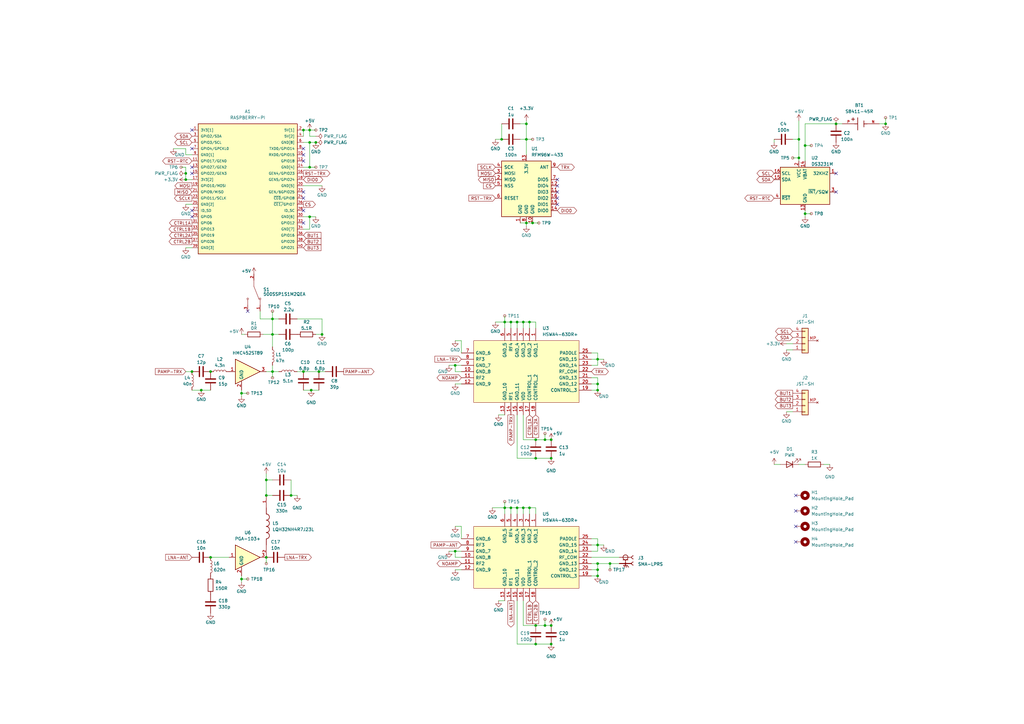
<source format=kicad_sch>
(kicad_sch (version 20211123) (generator eeschema)
  (paper "A3")
  (title_block (title "NARWAL") (date "2022-12-13") (rev "1") (company "Rice Eclipse") (comment 1 "RF Communications"))
  (junction (at 109.22 196.85))
  (junction (at 186.69 226.06))
  (junction (at 226.06 180.34))
  (junction (at 330.2 59.69))
  (junction (at 250.19 231.14))
  (junction (at 207.01 208.28))
  (junction (at 111.76 130.81))
  (junction (at 245.11 157.48))
  (junction (at 82.55 160.02))
  (junction (at 245.11 147.32))
  (junction (at 127 68.58))
  (junction (at 219.71 187.96))
  (junction (at 76.2 71.12))
  (junction (at 86.36 228.6))
  (junction (at 109.22 228.6))
  (junction (at 127.635 160.02))
  (junction (at 132.08 137.16))
  (junction (at 209.55 132.08))
  (junction (at 245.11 223.52))
  (junction (at 127 58.42))
  (junction (at 212.09 208.28))
  (junction (at 99.06 161.29))
  (junction (at 127 88.9))
  (junction (at 209.55 208.28))
  (junction (at 78.74 152.4))
  (junction (at 76.2 73.66))
  (junction (at 207.01 132.08))
  (junction (at 327.66 64.77))
  (junction (at 219.71 264.16))
  (junction (at 217.17 208.28))
  (junction (at 130.81 152.4))
  (junction (at 223.52 256.54))
  (junction (at 217.17 132.08))
  (junction (at 186.69 149.86))
  (junction (at 109.22 203.2))
  (junction (at 245.11 231.14))
  (junction (at 124.46 53.34))
  (junction (at 214.63 132.08))
  (junction (at 226.06 187.96))
  (junction (at 124.46 152.4))
  (junction (at 226.06 256.54))
  (junction (at 215.9 50.8))
  (junction (at 99.06 237.49))
  (junction (at 219.71 180.34))
  (junction (at 223.52 180.34))
  (junction (at 127 53.34))
  (junction (at 214.63 208.28))
  (junction (at 327.66 57.15))
  (junction (at 245.11 160.02))
  (junction (at 219.71 256.54))
  (junction (at 342.9 50.8))
  (junction (at 205.74 57.15))
  (junction (at 111.76 152.4))
  (junction (at 363.22 50.8))
  (junction (at 245.11 233.68))
  (junction (at 111.76 137.16))
  (junction (at 226.06 264.16))
  (junction (at 129.54 58.42))
  (junction (at 215.9 91.44))
  (junction (at 218.44 91.44))
  (junction (at 86.36 152.4))
  (junction (at 212.09 132.08))
  (junction (at 245.11 236.22))
  (junction (at 215.9 57.15))
  (junction (at 330.2 87.63))
  (junction (at 119.38 203.2))
  (no_connect (at 101.6 127.635))
  (no_connect (at 78.74 53.34))
  (no_connect (at 78.74 71.12))
  (no_connect (at 78.74 68.58))
  (no_connect (at 78.74 60.96))
  (no_connect (at 78.74 88.9))
  (no_connect (at 78.74 86.36))
  (no_connect (at 124.46 60.96))
  (no_connect (at 124.46 63.5))
  (no_connect (at 124.46 66.04))
  (no_connect (at 124.46 78.74))
  (no_connect (at 124.46 81.28))
  (no_connect (at 124.46 86.36))
  (no_connect (at 124.46 91.44))
  (no_connect (at 326.39 209.55))
  (no_connect (at 326.39 215.9))
  (no_connect (at 326.39 222.25))
  (no_connect (at 326.39 203.2))
  (no_connect (at 342.9 71.12))
  (no_connect (at 342.9 78.74))
  (no_connect (at 228.6 83.82))
  (no_connect (at 228.6 78.74))
  (no_connect (at 228.6 81.28))
  (no_connect (at 228.6 73.66))
  (no_connect (at 228.6 76.2))
  (wire (pts (xy 99.06 137.16) (xy 100.33 137.16)))
  (wire (pts (xy 124.46 53.34) (xy 127 53.34)))
  (wire (pts (xy 82.55 160.02) (xy 86.36 160.02)))
  (wire (pts (xy 322.58 140.97) (xy 325.12 140.97)))
  (wire (pts (xy 330.2 50.8) (xy 330.2 59.69)))
  (wire (pts (xy 212.09 246.38) (xy 212.09 264.16)))
  (wire (pts (xy 127 58.42) (xy 129.54 58.42)))
  (wire (pts (xy 245.11 149.86) (xy 245.11 147.32)))
  (wire (pts (xy 124.46 76.2) (xy 132.08 76.2)))
  (wire (pts (xy 242.57 154.94) (xy 245.11 154.94)))
  (wire (pts (xy 204.47 246.38) (xy 207.01 246.38)))
  (wire (pts (xy 111.76 130.81) (xy 111.76 137.16)))
  (wire (pts (xy 76.2 60.96) (xy 71.12 60.96)))
  (wire (pts (xy 342.9 50.8) (xy 345.44 50.8)))
  (wire (pts (xy 212.09 208.28) (xy 214.63 208.28)))
  (wire (pts (xy 109.22 196.85) (xy 109.22 203.2)))
  (wire (pts (xy 124.46 53.34) (xy 124.46 55.88)))
  (wire (pts (xy 245.11 231.14) (xy 250.19 231.14)))
  (wire (pts (xy 242.57 236.22) (xy 245.11 236.22)))
  (wire (pts (xy 242.57 157.48) (xy 245.11 157.48)))
  (wire (pts (xy 214.63 180.34) (xy 219.71 180.34)))
  (wire (pts (xy 219.71 264.16) (xy 226.06 264.16)))
  (wire (pts (xy 325.12 57.15) (xy 327.66 57.15)))
  (wire (pts (xy 242.57 149.86) (xy 245.11 149.86)))
  (wire (pts (xy 209.55 208.28) (xy 212.09 208.28)))
  (wire (pts (xy 107.95 137.16) (xy 111.76 137.16)))
  (wire (pts (xy 203.2 57.15) (xy 205.74 57.15)))
  (wire (pts (xy 215.9 50.8) (xy 215.9 57.15)))
  (wire (pts (xy 212.09 187.96) (xy 219.71 187.96)))
  (wire (pts (xy 212.09 264.16) (xy 219.71 264.16)))
  (wire (pts (xy 99.06 161.29) (xy 99.06 162.56)))
  (wire (pts (xy 217.17 208.28) (xy 217.17 210.82)))
  (wire (pts (xy 215.9 57.15) (xy 218.44 57.15)))
  (wire (pts (xy 214.63 132.08) (xy 217.17 132.08)))
  (wire (pts (xy 184.15 149.86) (xy 186.69 149.86)))
  (wire (pts (xy 214.63 132.08) (xy 214.63 134.62)))
  (wire (pts (xy 189.23 226.06) (xy 186.69 226.06)))
  (wire (pts (xy 76.2 83.82) (xy 78.74 83.82)))
  (wire (pts (xy 207.01 208.28) (xy 201.93 208.28)))
  (wire (pts (xy 119.38 196.85) (xy 119.38 203.2)))
  (wire (pts (xy 207.01 210.82) (xy 207.01 208.28)))
  (wire (pts (xy 242.57 220.98) (xy 245.11 220.98)))
  (wire (pts (xy 223.52 254) (xy 223.52 256.54)))
  (wire (pts (xy 327.66 49.53) (xy 327.66 57.15)))
  (wire (pts (xy 219.71 256.54) (xy 223.52 256.54)))
  (wire (pts (xy 186.69 139.7) (xy 189.23 139.7)))
  (wire (pts (xy 245.11 226.06) (xy 245.11 223.52)))
  (wire (pts (xy 327.66 190.5) (xy 330.2 190.5)))
  (wire (pts (xy 242.57 226.06) (xy 245.11 226.06)))
  (wire (pts (xy 76.2 71.12) (xy 76.2 73.66)))
  (wire (pts (xy 189.23 149.86) (xy 186.69 149.86)))
  (wire (pts (xy 360.68 50.8) (xy 363.22 50.8)))
  (wire (pts (xy 124.46 68.58) (xy 127 68.58)))
  (wire (pts (xy 214.63 256.54) (xy 219.71 256.54)))
  (wire (pts (xy 330.2 87.63) (xy 330.2 88.9)))
  (wire (pts (xy 99.06 236.22) (xy 99.06 237.49)))
  (wire (pts (xy 337.82 190.5) (xy 340.36 190.5)))
  (wire (pts (xy 78.74 160.02) (xy 82.55 160.02)))
  (wire (pts (xy 215.9 57.15) (xy 215.9 63.5)))
  (wire (pts (xy 242.57 223.52) (xy 245.11 223.52)))
  (wire (pts (xy 213.36 50.8) (xy 215.9 50.8)))
  (wire (pts (xy 330.2 86.36) (xy 330.2 87.63)))
  (wire (pts (xy 127 68.58) (xy 129.54 68.58)))
  (wire (pts (xy 245.11 147.32) (xy 247.65 147.32)))
  (wire (pts (xy 207.01 134.62) (xy 207.01 132.08)))
  (wire (pts (xy 250.19 231.14) (xy 250.19 233.68)))
  (wire (pts (xy 124.46 58.42) (xy 127 58.42)))
  (wire (pts (xy 209.55 134.62) (xy 209.55 132.08)))
  (wire (pts (xy 186.69 226.06) (xy 186.69 228.6)))
  (wire (pts (xy 217.17 208.28) (xy 219.71 208.28)))
  (wire (pts (xy 217.17 132.08) (xy 217.17 134.62)))
  (wire (pts (xy 204.47 170.18) (xy 207.01 170.18)))
  (wire (pts (xy 121.92 152.4) (xy 124.46 152.4)))
  (wire (pts (xy 213.36 91.44) (xy 215.9 91.44)))
  (wire (pts (xy 186.69 233.68) (xy 189.23 233.68)))
  (wire (pts (xy 109.22 196.85) (xy 111.76 196.85)))
  (wire (pts (xy 242.57 228.6) (xy 254 228.6)))
  (wire (pts (xy 106.68 127.635) (xy 106.68 130.81)))
  (wire (pts (xy 245.11 223.52) (xy 247.65 223.52)))
  (wire (pts (xy 219.71 187.96) (xy 226.06 187.96)))
  (wire (pts (xy 121.92 130.81) (xy 132.08 130.81)))
  (wire (pts (xy 132.08 130.81) (xy 132.08 137.16)))
  (wire (pts (xy 363.22 48.26) (xy 363.22 50.8)))
  (wire (pts (xy 109.22 203.2) (xy 111.76 203.2)))
  (wire (pts (xy 101.6 161.29) (xy 99.06 161.29)))
  (wire (pts (xy 186.69 152.4) (xy 189.23 152.4)))
  (wire (pts (xy 124.46 152.4) (xy 130.81 152.4)))
  (wire (pts (xy 189.23 220.98) (xy 189.23 215.9)))
  (wire (pts (xy 124.46 93.98) (xy 127 93.98)))
  (wire (pts (xy 109.22 194.31) (xy 109.22 196.85)))
  (wire (pts (xy 111.76 130.81) (xy 114.3 130.81)))
  (wire (pts (xy 127 58.42) (xy 127 68.58)))
  (wire (pts (xy 242.57 233.68) (xy 245.11 233.68)))
  (wire (pts (xy 217.17 132.08) (xy 219.71 132.08)))
  (wire (pts (xy 127 88.9) (xy 127 93.98)))
  (wire (pts (xy 214.63 246.38) (xy 214.63 256.54)))
  (wire (pts (xy 214.63 170.18) (xy 214.63 180.34)))
  (wire (pts (xy 325.12 64.77) (xy 327.66 64.77)))
  (wire (pts (xy 76.2 63.5) (xy 76.2 60.96)))
  (wire (pts (xy 207.01 132.08) (xy 209.55 132.08)))
  (wire (pts (xy 109.22 228.6) (xy 109.22 231.14)))
  (wire (pts (xy 327.66 57.15) (xy 327.66 64.77)))
  (wire (pts (xy 218.44 91.44) (xy 220.98 91.44)))
  (wire (pts (xy 186.69 149.86) (xy 186.69 152.4)))
  (wire (pts (xy 215.9 91.44) (xy 218.44 91.44)))
  (wire (pts (xy 322.58 143.51) (xy 325.12 143.51)))
  (wire (pts (xy 219.71 180.34) (xy 223.52 180.34)))
  (wire (pts (xy 212.09 210.82) (xy 212.09 208.28)))
  (wire (pts (xy 219.71 132.08) (xy 219.71 134.62)))
  (wire (pts (xy 124.46 88.9) (xy 127 88.9)))
  (wire (pts (xy 111.76 127.635) (xy 111.76 130.81)))
  (wire (pts (xy 111.76 137.16) (xy 111.76 142.24)))
  (wire (pts (xy 101.6 237.49) (xy 99.06 237.49)))
  (wire (pts (xy 242.57 144.78) (xy 245.11 144.78)))
  (wire (pts (xy 215.9 49.53) (xy 215.9 50.8)))
  (wire (pts (xy 78.74 63.5) (xy 76.2 63.5)))
  (wire (pts (xy 212.09 170.18) (xy 212.09 187.96)))
  (wire (pts (xy 76.2 152.4) (xy 78.74 152.4)))
  (wire (pts (xy 209.55 208.28) (xy 207.01 208.28)))
  (wire (pts (xy 74.295 68.58) (xy 76.2 68.58)))
  (wire (pts (xy 99.06 160.02) (xy 99.06 161.29)))
  (wire (pts (xy 189.23 144.78) (xy 189.23 139.7)))
  (wire (pts (xy 330.2 50.8) (xy 342.9 50.8)))
  (wire (pts (xy 214.63 208.28) (xy 217.17 208.28)))
  (wire (pts (xy 186.69 157.48) (xy 189.23 157.48)))
  (wire (pts (xy 129.54 137.16) (xy 132.08 137.16)))
  (wire (pts (xy 242.57 160.02) (xy 245.11 160.02)))
  (wire (pts (xy 223.52 180.34) (xy 226.06 180.34)))
  (wire (pts (xy 219.71 208.28) (xy 219.71 210.82)))
  (wire (pts (xy 223.52 256.54) (xy 226.06 256.54)))
  (wire (pts (xy 212.09 134.62) (xy 212.09 132.08)))
  (wire (pts (xy 317.5 57.15) (xy 317.5 58.42)))
  (wire (pts (xy 242.57 231.14) (xy 245.11 231.14)))
  (wire (pts (xy 127.635 160.02) (xy 130.81 160.02)))
  (wire (pts (xy 207.01 129.54) (xy 207.01 132.08)))
  (wire (pts (xy 124.46 160.02) (xy 127.635 160.02)))
  (wire (pts (xy 213.36 57.15) (xy 215.9 57.15)))
  (wire (pts (xy 209.55 210.82) (xy 209.55 208.28)))
  (wire (pts (xy 205.74 50.8) (xy 205.74 57.15)))
  (wire (pts (xy 330.2 59.69) (xy 332.74 59.69)))
  (wire (pts (xy 78.74 73.66) (xy 76.2 73.66)))
  (wire (pts (xy 99.06 237.49) (xy 99.06 238.76)))
  (wire (pts (xy 223.52 177.8) (xy 223.52 180.34)))
  (wire (pts (xy 245.11 233.68) (xy 245.11 236.22)))
  (wire (pts (xy 245.11 160.02) (xy 245.11 157.48)))
  (wire (pts (xy 317.5 190.5) (xy 320.04 190.5)))
  (wire (pts (xy 212.09 132.08) (xy 214.63 132.08)))
  (wire (pts (xy 250.19 231.14) (xy 254 231.14)))
  (wire (pts (xy 330.2 87.63) (xy 332.74 87.63)))
  (wire (pts (xy 245.11 231.14) (xy 245.11 233.68)))
  (wire (pts (xy 111.76 152.4) (xy 114.3 152.4)))
  (wire (pts (xy 184.15 226.06) (xy 186.69 226.06)))
  (wire (pts (xy 330.2 59.69) (xy 330.2 66.04)))
  (wire (pts (xy 215.9 91.44) (xy 215.9 92.71)))
  (wire (pts (xy 186.69 215.9) (xy 189.23 215.9)))
  (wire (pts (xy 322.58 168.91) (xy 325.12 168.91)))
  (wire (pts (xy 209.55 132.08) (xy 212.09 132.08)))
  (wire (pts (xy 203.2 132.08) (xy 207.01 132.08)))
  (wire (pts (xy 127 53.34) (xy 129.54 53.34)))
  (wire (pts (xy 127 55.88) (xy 127 53.34)))
  (wire (pts (xy 127 88.9) (xy 129.54 88.9)))
  (wire (pts (xy 76.2 68.58) (xy 76.2 71.12)))
  (wire (pts (xy 111.76 137.16) (xy 114.3 137.16)))
  (wire (pts (xy 245.11 147.32) (xy 245.11 144.78)))
  (wire (pts (xy 129.54 55.88) (xy 127 55.88)))
  (wire (pts (xy 245.11 154.94) (xy 245.11 157.48)))
  (wire (pts (xy 86.36 228.6) (xy 93.98 228.6)))
  (wire (pts (xy 109.22 152.4) (xy 111.76 152.4)))
  (wire (pts (xy 245.11 223.52) (xy 245.11 220.98)))
  (wire (pts (xy 242.57 147.32) (xy 245.11 147.32)))
  (wire (pts (xy 111.76 152.4) (xy 111.76 154.94)))
  (wire (pts (xy 130.81 152.4) (xy 133.35 152.4)))
  (wire (pts (xy 186.69 228.6) (xy 189.23 228.6)))
  (wire (pts (xy 111.76 149.86) (xy 111.76 152.4)))
  (wire (pts (xy 327.66 64.77) (xy 327.66 66.04)))
  (wire (pts (xy 207.01 205.74) (xy 207.01 208.28)))
  (wire (pts (xy 214.63 208.28) (xy 214.63 210.82)))
  (wire (pts (xy 76.2 101.6) (xy 78.74 101.6)))
  (wire (pts (xy 119.38 203.2) (xy 121.92 203.2)))
  (wire (pts (xy 106.68 130.81) (xy 111.76 130.81)))
  (global_label "CTRL1A" (shape output) (at 78.74 91.44 180) (property "Intersheet References" "${INTERSHEET_REFS}" (effects hide)))
  (global_label "DIO0" (shape bidirectional) (at 228.6 86.36 0) (property "Intersheet References" "${INTERSHEET_REFS}" (effects hide)))
  (global_label "LNA-ANT" (shape input) (at 78.74 228.6 180) (property "Intersheet References" "${INTERSHEET_REFS}" (effects hide)))
  (global_label "MOSI" (shape input) (at 203.2 71.12 180) (property "Intersheet References" "${INTERSHEET_REFS}" (effects hide)))
  (global_label "CTRL2A" (shape output) (at 78.74 96.52 180) (property "Intersheet References" "${INTERSHEET_REFS}" (effects hide)))
  (global_label "RST-TRX" (shape input) (at 203.2 81.28 180) (property "Intersheet References" "${INTERSHEET_REFS}" (effects hide)))
  (global_label "SDA" (shape bidirectional) (at 78.74 55.88 180) (property "Intersheet References" "${INTERSHEET_REFS}" (effects hide)))
  (global_label "CS" (shape output) (at 124.46 83.82 0) (property "Intersheet References" "${INTERSHEET_REFS}" (effects hide)))
  (global_label "MISO" (shape input) (at 78.74 78.74 180) (property "Intersheet References" "${INTERSHEET_REFS}" (effects hide)))
  (global_label "CS" (shape input) (at 203.2 76.2 180) (property "Intersheet References" "${INTERSHEET_REFS}" (effects hide)))
  (global_label "BUT3" (shape input) (at 124.46 101.6 0) (property "Intersheet References" "${INTERSHEET_REFS}" (effects hide)))
  (global_label "TRX" (shape bidirectional) (at 242.57 152.4 0) (property "Intersheet References" "${INTERSHEET_REFS}" (effects hide)))
  (global_label "SCLK" (shape input) (at 203.2 68.58 180) (property "Intersheet References" "${INTERSHEET_REFS}" (effects hide)))
  (global_label "PAMP-TRX" (shape output) (at 209.55 170.18 270) (property "Intersheet References" "${INTERSHEET_REFS}" (effects hide)))
  (global_label "CTRL2A" (shape input) (at 219.71 170.18 270) (property "Intersheet References" "${INTERSHEET_REFS}" (effects hide)))
  (global_label "BUT2" (shape input) (at 124.46 99.06 0) (property "Intersheet References" "${INTERSHEET_REFS}" (effects hide)))
  (global_label "CTRL2B" (shape output) (at 78.74 99.06 180) (property "Intersheet References" "${INTERSHEET_REFS}" (effects hide)))
  (global_label "SDA" (shape bidirectional) (at 317.5 73.66 180) (property "Intersheet References" "${INTERSHEET_REFS}" (effects hide)))
  (global_label "BUT3" (shape output) (at 325.12 166.37 180) (property "Intersheet References" "${INTERSHEET_REFS}" (effects hide)))
  (global_label "RST-RTC" (shape bidirectional) (at 317.5 81.28 180) (property "Intersheet References" "${INTERSHEET_REFS}" (effects hide)))
  (global_label "CTRL1A" (shape input) (at 217.17 170.18 270) (property "Intersheet References" "${INTERSHEET_REFS}" (effects hide)))
  (global_label "MISO" (shape output) (at 203.2 73.66 180) (property "Intersheet References" "${INTERSHEET_REFS}" (effects hide)))
  (global_label "PAMP-ANT" (shape input) (at 189.23 223.52 180) (property "Intersheet References" "${INTERSHEET_REFS}" (effects hide)))
  (global_label "MOSI" (shape output) (at 78.74 76.2 180) (property "Intersheet References" "${INTERSHEET_REFS}" (effects hide)))
  (global_label "LNA-TRX" (shape input) (at 189.23 147.32 180) (property "Intersheet References" "${INTERSHEET_REFS}" (effects hide)))
  (global_label "PAMP-TRX" (shape input) (at 76.2 152.4 180) (property "Intersheet References" "${INTERSHEET_REFS}" (effects hide)))
  (global_label "PAMP-ANT" (shape output) (at 140.97 152.4 0) (property "Intersheet References" "${INTERSHEET_REFS}" (effects hide)))
  (global_label "BUT1" (shape output) (at 325.12 161.29 180) (property "Intersheet References" "${INTERSHEET_REFS}" (effects hide)))
  (global_label "RST-TRX" (shape output) (at 124.46 71.12 0) (property "Intersheet References" "${INTERSHEET_REFS}" (effects hide)))
  (global_label "BUT2" (shape output) (at 325.12 163.83 180) (property "Intersheet References" "${INTERSHEET_REFS}" (effects hide)))
  (global_label "CTRL1B" (shape output) (at 78.74 93.98 180) (property "Intersheet References" "${INTERSHEET_REFS}" (effects hide)))
  (global_label "CTRL2B" (shape input) (at 219.71 246.38 270) (property "Intersheet References" "${INTERSHEET_REFS}" (effects hide)))
  (global_label "LNA-TRX" (shape output) (at 116.84 228.6 0) (property "Intersheet References" "${INTERSHEET_REFS}" (effects hide)))
  (global_label "TRX" (shape bidirectional) (at 228.6 68.58 0) (property "Intersheet References" "${INTERSHEET_REFS}" (effects hide)))
  (global_label "DIO0" (shape bidirectional) (at 124.46 73.66 0) (property "Intersheet References" "${INTERSHEET_REFS}" (effects hide)))
  (global_label "NOAMP" (shape bidirectional) (at 189.23 154.94 180) (property "Intersheet References" "${INTERSHEET_REFS}" (effects hide)))
  (global_label "SCLK" (shape output) (at 78.74 81.28 180) (property "Intersheet References" "${INTERSHEET_REFS}" (effects hide)))
  (global_label "LNA-ANT" (shape output) (at 209.55 246.38 270) (property "Intersheet References" "${INTERSHEET_REFS}" (effects hide)))
  (global_label "CTRL1B" (shape input) (at 217.17 246.38 270) (property "Intersheet References" "${INTERSHEET_REFS}" (effects hide)))
  (global_label "SCL" (shape bidirectional) (at 78.74 58.42 180) (property "Intersheet References" "${INTERSHEET_REFS}" (effects hide)))
  (global_label "NOAMP" (shape bidirectional) (at 189.23 231.14 180) (property "Intersheet References" "${INTERSHEET_REFS}" (effects hide)))
  (global_label "SCL" (shape bidirectional) (at 317.5 71.12 180) (property "Intersheet References" "${INTERSHEET_REFS}" (effects hide)))
  (global_label "SCL" (shape bidirectional) (at 325.12 135.89 180) (property "Intersheet References" "${INTERSHEET_REFS}" (effects hide)))
  (global_label "BUT1" (shape input) (at 124.46 96.52 0) (property "Intersheet References" "${INTERSHEET_REFS}" (effects hide)))
  (global_label "SDA" (shape bidirectional) (at 325.12 138.43 180) (property "Intersheet References" "${INTERSHEET_REFS}" (effects hide)))
  (global_label "RST-RTC" (shape bidirectional) (at 78.74 66.04 180) (property "Intersheet References" "${INTERSHEET_REFS}" (effects hide)))
  (symbol (lib_id "Device:C") (at 219.71 184.15 0) (unit 1)
    (property "Reference" "C12" (at 213.36 183.515 0) (effects (justify left)))
    (property "Value" "100p" (at 213.36 186.055 0) (effects (justify left)))
    (property "Footprint" "Capacitor_SMD:C_1206_3216Metric" (effects hide))
  )
  (symbol (lib_id "Connector:TestPoint_Small") (at 101.6 161.29 0) (unit 1) (in_bom no) (on_board no)
    (property "Reference" "TP13" (at 102.87 161.29 0) (effects (justify left)))
    (property "Value" " " (at 102.87 161.29 0) (effects (justify left)))
    (property "Footprint" "TestPoint:TestPoint_Pad_D2.0mm" (effects hide))
  )
  (symbol (lib_id "Device:C") (at 118.11 130.81 90) (unit 1)
    (property "Reference" "C5" (at 119.38 124.46 90) (effects (justify left)))
    (property "Value" "2.2u" (at 120.65 127 90) (effects (justify left)))
    (property "Footprint" "Capacitor_SMD:C_1206_3216Metric" (effects hide))
  )
  (symbol (lib_id "Connector:TestPoint_Small") (at 111.76 154.94 0) (unit 1) (in_bom no) (on_board no)
    (property "Reference" "TP12" (at 109.855 156.845 0) (effects (justify left)))
    (property "Value" " " (at 113.03 154.94 0) (effects (justify left)))
    (property "Footprint" "TestPoint:TestPoint_Pad_D2.0mm" (effects hide))
  )
  (symbol (lib_id "Device:C") (at 209.55 57.15 90) (unit 1)
    (property "Reference" "C3" (at 209.55 60.96 90))
    (property "Value" "100n" (at 209.55 63.5 90))
    (property "Footprint" "Capacitor_SMD:C_1206_3216Metric" (effects hide))
  )
  (symbol (lib_id "Device:C") (at 137.16 152.4 90) (unit 1)
    (property "Reference" "C8" (at 137.16 156.21 90))
    (property "Value" "39p" (at 137.16 158.75 90))
    (property "Footprint" "Capacitor_SMD:C_1206_3216Metric" (effects hide))
  )
  (symbol (lib_id "Device:C") (at 82.55 228.6 90) (unit 1)
    (property "Reference" "C16" (at 82.55 222.25 90))
    (property "Value" "10n" (at 82.55 224.79 90))
    (property "Footprint" "Capacitor_SMD:C_1206_3216Metric" (effects hide))
  )
  (symbol (lib_id "Device:C") (at 115.57 196.85 90) (unit 1)
    (property "Reference" "C14" (at 115.57 190.5 90))
    (property "Value" "10u" (at 115.57 193.04 90))
    (property "Footprint" "Capacitor_SMD:C_1206_3216Metric" (effects hide))
  )
  (symbol (lib_id "Device:C") (at 321.31 57.15 90) (unit 1)
    (property "Reference" "C4" (at 321.31 50.8 90))
    (property "Value" "100n" (at 321.31 53.34 90))
    (property "Footprint" "Capacitor_SMD:C_1206_3216Metric" (effects hide))
  )
  (symbol (lib_id "Device:R") (at 125.73 137.16 90) (unit 1)
    (property "Reference" "R2" (at 125.73 132.08 90))
    (property "Value" "5.1R" (at 125.73 134.62 90))
    (property "Footprint" "Resistor_SMD:R_1206_3216Metric" (effects hide))
  )
  (symbol (lib_id "Device:C") (at 86.36 247.65 0) (unit 1)
    (property "Reference" "C18" (at 89.535 246.38 0) (effects (justify left)))
    (property "Value" "330p" (at 89.535 248.92 0) (effects (justify left)))
    (property "Footprint" "Capacitor_SMD:C_1206_3216Metric" (effects hide))
  )
  (symbol (lib_id "Device:C") (at 113.03 228.6 90) (unit 1)
    (property "Reference" "C17" (at 113.03 222.25 90))
    (property "Value" "10n" (at 113.03 224.79 90))
    (property "Footprint" "Capacitor_SMD:C_1206_3216Metric" (effects hide))
  )
  (symbol (lib_id "power:GND") (at 322.58 143.51 0) (unit 1)
    (property "Reference" "#PWR023" (effects hide))
    (property "Value" "GND" (at 322.58 147.32 0))
  )
  (symbol (lib_id "power:GND") (at 247.65 223.52 0) (unit 1)
    (property "Reference" "#PWR041" (effects hide))
    (property "Value" "GND" (at 250.19 226.06 0))
  )
  (symbol (lib_id "Mechanical:MountingHole_Pad") (at 328.93 215.9 270) (unit 1)
    (property "Reference" "H3" (at 332.74 214.63 90) (effects (justify left)))
    (property "Value" "MountingHole_Pad" (at 332.74 217.17 90) (effects (justify left)))
    (property "Footprint" "MountingHole:MountingHole_2.5mm_Pad" (effects hide))
  )
  (symbol (lib_id "power:+5V") (at 99.06 137.16 0) (unit 1)
    (property "Reference" "#PWR019" (effects hide))
    (property "Value" "+5V" (at 95.885 135.89 0))
  )
  (symbol (lib_id "power:PWR_FLAG") (at 342.9 50.8 0) (unit 1)
    (property "Reference" "#FLG01" (effects hide))
    (property "Value" "PWR_FLAG" (at 336.55 48.895 0))
  )
  (symbol (lib_id "power:+5V") (at 317.5 190.5 0) (unit 1)
    (property "Reference" "#PWR035" (effects hide))
    (property "Value" "+5V" (at 317.5 185.42 0))
  )
  (symbol (lib_id "power:GND") (at 342.9 58.42 0) (unit 1)
    (property "Reference" "#PWR08" (effects hide))
    (property "Value" "GND" (at 342.9 62.23 0))
  )
  (symbol (lib_id "Device:L") (at 111.76 146.05 0) (unit 1)
    (property "Reference" "L1" (at 113.03 145.415 0) (effects (justify left)))
    (property "Value" "47n" (at 113.03 147.955 0) (effects (justify left)))
    (property "Footprint" "Inductor_SMD:L_1008_2520Metric" (effects hide))
  )
  (symbol (lib_id "power:GND") (at 132.08 76.2 0) (unit 1)
    (property "Reference" "#PWR011" (effects hide))
    (property "Value" "GND" (at 132.08 80.01 0))
  )
  (symbol (lib_id "Eclipse_RF_Symbols:CHOKE-LQH32NH4R7J23L") (at 109.22 215.9 270) (unit 1)
    (property "Reference" "L5" (at 111.76 214.6299 90) (effects (justify left)))
    (property "Value" "LQH32NH4R7J23L" (at 111.76 217.1699 90) (effects (justify left)))
    (property "Footprint" "Eclipse_RF_Footprints:CHOKE-LQH32NH4R7J23L" (effects hide))
    (property "MANUFACTURER" "Murata" (effects hide))
    (property "MAXIMUM_PACKAGE_HEIGHT" "2.2mm" (effects hide))
    (property "STANDARD" "Manufacturer Recommendations" (effects hide))
    (property "PARTREV" "N/A" (effects hide))
  )
  (symbol (lib_id "Connector:TestPoint_Small") (at 111.76 127.635 0) (unit 1) (in_bom no) (on_board no)
    (property "Reference" "TP10" (at 109.855 125.73 0) (effects (justify left)))
    (property "Value" " " (at 113.03 127.635 0) (effects (justify left)))
    (property "Footprint" "TestPoint:TestPoint_Pad_D2.0mm" (effects hide))
  )
  (symbol (lib_id "Connector:TestPoint_Small") (at 325.12 64.77 180) (unit 1) (in_bom no) (on_board no)
    (property "Reference" "TP5" (at 323.85 64.77 0) (effects (justify left)))
    (property "Value" " " (at 323.85 64.77 0) (effects (justify left)))
    (property "Footprint" "TestPoint:TestPoint_Pad_D2.0mm" (effects hide))
  )
  (symbol (lib_id "Connector:TestPoint_Small") (at 363.22 48.26 0) (unit 1) (on_board no)
    (property "Reference" "TP1" (at 364.49 48.26 0) (effects (justify left)))
    (property "Value" " " (at 364.49 48.26 0) (effects (justify left)))
    (property "Footprint" "TestPoint:TestPoint_Pad_D2.0mm" (effects hide))
  )
  (symbol (lib_id "RF_Amplifier:PGA-103") (at 101.6 228.6 0) (unit 1)
    (property "Reference" "U6" (at 101.6 218.44 0))
    (property "Value" "PGA-103+" (at 101.6 220.98 0))
    (property "Footprint" "Eclipse_RF_Footprints:LNA-PGA-103+" (effects hide))
    (property "Datasheet" "https://www.minicircuits.com/pdfs/PGA-103+.pdf" (effects hide))
  )
  (symbol (lib_id "Mechanical:MountingHole_Pad") (at 328.93 203.2 270) (unit 1)
    (property "Reference" "H1" (at 332.74 201.93 90) (effects (justify left)))
    (property "Value" "MountingHole_Pad" (at 332.74 204.47 90) (effects (justify left)))
    (property "Footprint" "MountingHole:MountingHole_2.5mm_Pad" (effects hide))
  )
  (symbol (lib_id "Eclipse_RF_Symbols:BATT-S8411-45R") (at 353.06 50.8 0) (unit 1)
    (property "Reference" "BT1" (at 352.425 43.18 0))
    (property "Value" "S8411-45R" (at 352.425 45.72 0))
    (property "Footprint" "Eclipse_RF_Footprints:BATT-S8411-45R" (effects hide))
    (property "MAXIMUM_PACKAGE_HEIGHT" "4.25mm" (effects hide))
    (property "STANDARD" "Manufacturer Recommendations" (effects hide))
    (property "MANUFACTURER" "Harwin" (effects hide))
  )
  (symbol (lib_id "power:GND") (at 132.08 137.16 0) (unit 1)
    (property "Reference" "#PWR020" (effects hide))
    (property "Value" "GND" (at 132.08 140.97 0))
  )
  (symbol (lib_id "power:GND") (at 184.15 226.06 0) (unit 1)
    (property "Reference" "#PWR042" (effects hide))
    (property "Value" "GND" (at 181.61 228.6 0))
  )
  (symbol (lib_id "Eclipse_RF_Symbols:CONN-JST-SH") (at 330.2 140.97 0) (mirror x) (unit 1)
    (property "Reference" "J1" (at 330.2 129.54 0))
    (property "Value" "JST-SH" (at 330.2 132.08 0))
    (property "Footprint" "Connector_JST:JST_SH_SM04B-SRSS-TB_1x04-1MP_P1.00mm_Horizontal" (effects hide))
  )
  (symbol (lib_id "Connector:TestPoint_Small") (at 129.54 53.34 0) (unit 1) (in_bom no) (on_board no)
    (property "Reference" "TP2" (at 130.81 53.34 0) (effects (justify left)))
    (property "Value" " " (at 130.81 53.34 0) (effects (justify left)))
    (property "Footprint" "TestPoint:TestPoint_Pad_D2.0mm" (effects hide))
  )
  (symbol (lib_id "Connector:TestPoint_Small") (at 101.6 237.49 0) (unit 1) (in_bom no) (on_board no)
    (property "Reference" "TP18" (at 102.87 237.49 0) (effects (justify left)))
    (property "Value" " " (at 102.87 237.49 0) (effects (justify left)))
    (property "Footprint" "TestPoint:TestPoint_Pad_D2.0mm" (effects hide))
  )
  (symbol (lib_id "Device:C") (at 342.9 54.61 0) (unit 1)
    (property "Reference" "C2" (at 347.345 54.61 0))
    (property "Value" "100n" (at 347.345 57.15 0))
    (property "Footprint" "Capacitor_SMD:C_1206_3216Metric" (effects hide))
  )
  (symbol (lib_id "power:GND") (at 226.06 187.96 0) (unit 1)
    (property "Reference" "#PWR034" (effects hide))
    (property "Value" "GND" (at 226.06 193.04 0))
  )
  (symbol (lib_id "Eclipse_RF_Symbols:SWITCH-HSWA4-63DR+") (at 219.71 210.82 270) (unit 1)
    (property "Reference" "U5" (at 222.4787 210.82 90) (effects (justify left)))
    (property "Value" "HSWA4-63DR+" (at 222.4787 213.36 90) (effects (justify left)))
    (property "Footprint" "Eclipse_RF_Footprints:SWITCH-HSWA4-63DR+" (effects hide))
    (property "Description" "SP4T RF Switch" (effects hide))
    (property "Height" "0.808" (effects hide))
    (property "Mouser Part Number" "139-HSWA4-63DR" (effects hide))
    (property "Mouser Price/Stock" "https://www.mouser.co.uk/ProductDetail/Mini-Circuits/HSWA4-63DR%2b?qs=xZ%2FP%252Ba9zWqYOhYanAihSnw%3D%3D" (effects hide))
    (property "Manufacturer_Name" "Mini-Circuits" (effects hide))
    (property "Manufacturer_Part_Number" "HSWA4-63DR+" (effects hide))
  )
  (symbol (lib_id "Device:R") (at 86.36 240.03 0) (unit 1)
    (property "Reference" "R4" (at 88.265 238.76 0) (effects (justify left)))
    (property "Value" "150R" (at 88.265 241.3 0) (effects (justify left)))
    (property "Footprint" "Resistor_SMD:R_1206_3216Metric" (effects hide))
  )
  (symbol (lib_id "Device:LED") (at 323.85 190.5 180) (unit 1)
    (property "Reference" "D1" (at 323.85 184.15 0))
    (property "Value" "PWR" (at 323.85 186.69 0))
    (property "Footprint" "LED_THT:LED_D5.0mm" (effects hide))
  )
  (symbol (lib_id "Eclipse_RF_Symbols:CONN-JST-SH") (at 330.2 166.37 0) (mirror x) (unit 1)
    (property "Reference" "J2" (at 330.2 154.94 0))
    (property "Value" "JST-SH" (at 330.2 157.48 0))
    (property "Footprint" "Connector_JST:JST_SH_SM04B-SRSS-TB_1x04-1MP_P1.00mm_Horizontal" (effects hide))
  )
  (symbol (lib_id "power:+5V") (at 127 53.34 0) (unit 1)
    (property "Reference" "#PWR04" (effects hide))
    (property "Value" "+5V" (at 127 49.53 0))
  )
  (symbol (lib_id "Device:C") (at 118.11 137.16 90) (unit 1)
    (property "Reference" "C6" (at 119.38 140.97 90) (effects (justify left)))
    (property "Value" "100p" (at 120.65 143.51 90) (effects (justify left)))
    (property "Footprint" "Capacitor_SMD:C_1206_3216Metric" (effects hide))
  )
  (symbol (lib_id "power:+5V") (at 104.14 112.395 0) (unit 1)
    (property "Reference" "#PWR017" (effects hide))
    (property "Value" "+5V" (at 100.965 111.125 0))
  )
  (symbol (lib_id "power:GND") (at 330.2 88.9 0) (unit 1)
    (property "Reference" "#PWR014" (effects hide))
    (property "Value" "GND" (at 330.2 92.71 0))
  )
  (symbol (lib_id "power:GND") (at 127.635 160.02 0) (unit 1)
    (property "Reference" "#PWR028" (effects hide))
    (property "Value" "GND" (at 127.635 165.1 0))
  )
  (symbol (lib_id "power:GND") (at 340.36 190.5 0) (unit 1)
    (property "Reference" "#PWR036" (effects hide))
    (property "Value" "GND" (at 340.36 195.58 0))
  )
  (symbol (lib_id "Device:R") (at 104.14 137.16 90) (unit 1)
    (property "Reference" "R1" (at 104.14 132.715 90))
    (property "Value" "0R" (at 104.14 134.62 90))
    (property "Footprint" "Resistor_SMD:R_1206_3216Metric" (effects hide))
  )
  (symbol (lib_id "Connector:TestPoint_Small") (at 332.74 87.63 0) (unit 1) (in_bom no) (on_board no)
    (property "Reference" "TP8" (at 334.01 87.63 0) (effects (justify left)))
    (property "Value" " " (at 334.01 87.63 0) (effects (justify left)))
    (property "Footprint" "TestPoint:TestPoint_Pad_D2.0mm" (effects hide))
  )
  (symbol (lib_id "Connector:TestPoint_Small") (at 218.44 57.15 0) (unit 1) (in_bom no) (on_board no)
    (property "Reference" "TP3" (at 219.71 57.15 0) (effects (justify left)))
    (property "Value" " " (at 219.71 57.15 0) (effects (justify left)))
    (property "Footprint" "TestPoint:TestPoint_Pad_D2.0mm" (effects hide))
  )
  (symbol (lib_id "Connector:TestPoint_Small") (at 223.52 177.8 90) (unit 1) (in_bom no) (on_board no)
    (property "Reference" "TP14" (at 226.695 175.895 90) (effects (justify left)))
    (property "Value" " " (at 223.52 176.53 0) (effects (justify left)))
    (property "Footprint" "TestPoint:TestPoint_Pad_D2.0mm" (effects hide))
  )
  (symbol (lib_id "power:GND") (at 76.2 83.82 0) (unit 1)
    (property "Reference" "#PWR012" (effects hide))
    (property "Value" "GND" (at 76.2 87.63 0))
  )
  (symbol (lib_id "Connector:TestPoint_Small") (at 109.22 231.14 270) (unit 1) (in_bom no) (on_board no)
    (property "Reference" "TP16" (at 107.95 233.68 90) (effects (justify left)))
    (property "Value" " " (at 109.22 232.41 0) (effects (justify left)))
    (property "Footprint" "TestPoint:TestPoint_Pad_D2.0mm" (effects hide))
  )
  (symbol (lib_id "Eclipse_RF_Symbols:SWITCH-HSWA4-63DR+") (at 219.71 134.62 270) (unit 1)
    (property "Reference" "U3" (at 222.4787 134.62 90) (effects (justify left)))
    (property "Value" "HSWA4-63DR+" (at 222.4787 137.16 90) (effects (justify left)))
    (property "Footprint" "Eclipse_RF_Footprints:SWITCH-HSWA4-63DR+" (effects hide))
    (property "Description" "SP4T RF Switch" (effects hide))
    (property "Height" "0.808" (effects hide))
    (property "Mouser Part Number" "139-HSWA4-63DR" (effects hide))
    (property "Mouser Price/Stock" "https://www.mouser.co.uk/ProductDetail/Mini-Circuits/HSWA4-63DR%2b?qs=xZ%2FP%252Ba9zWqYOhYanAihSnw%3D%3D" (effects hide))
    (property "Manufacturer_Name" "Mini-Circuits" (effects hide))
    (property "Manufacturer_Part_Number" "HSWA4-63DR+" (effects hide))
  )
  (symbol (lib_id "power:GND") (at 204.47 246.38 0) (unit 1)
    (property "Reference" "#PWR046" (effects hide))
    (property "Value" "GND" (at 204.47 250.19 0))
  )
  (symbol (lib_id "Device:R") (at 334.01 190.5 90) (unit 1)
    (property "Reference" "R3" (at 334.01 185.42 90))
    (property "Value" "1K" (at 334.01 187.96 90))
    (property "Footprint" "Resistor_SMD:R_1206_3216Metric" (effects hide))
  )
  (symbol (lib_id "Device:C") (at 130.81 156.21 0) (unit 1)
    (property "Reference" "C11" (at 129.54 148.59 0) (effects (justify left)))
    (property "Value" "6.8p" (at 128.905 151.13 0) (effects (justify left)))
    (property "Footprint" "Capacitor_SMD:C_1206_3216Metric" (effects hide))
  )
  (symbol (lib_id "RF_Module:RFM96W-433S2") (at 215.9 76.2 0) (unit 1)
    (property "Reference" "U1" (at 217.9194 60.96 0) (effects (justify left)))
    (property "Value" "RFM96W-433" (at 217.9194 63.5 0) (effects (justify left)))
    (property "Footprint" "Eclipse_RF_Footprints:TRX-RFM98W-433" (effects hide))
    (property "Datasheet" "https://www.hoperf.com/data/upload/portal/20181127/5bfcc0ac60235.pdf" (effects hide))
  )
  (symbol (lib_id "Device:C") (at 124.46 156.21 0) (unit 1)
    (property "Reference" "C10" (at 123.19 148.59 0) (effects (justify left)))
    (property "Value" "6.8p" (at 122.555 151.13 0) (effects (justify left)))
    (property "Footprint" "Capacitor_SMD:C_1206_3216Metric" (effects hide))
  )
  (symbol (lib_id "power:GND") (at 186.69 157.48 0) (unit 1)
    (property "Reference" "#PWR026" (effects hide))
    (property "Value" "GND" (at 186.69 161.29 0))
  )
  (symbol (lib_id "Device:C") (at 115.57 203.2 90) (unit 1)
    (property "Reference" "C15" (at 115.57 207.01 90))
    (property "Value" "330n" (at 115.57 209.55 90))
    (property "Footprint" "Capacitor_SMD:C_1206_3216Metric" (effects hide))
  )
  (symbol (lib_id "power:GND") (at 129.54 58.42 0) (unit 1)
    (property "Reference" "#PWR06" (effects hide))
    (property "Value" "GND" (at 129.54 62.23 0))
  )
  (symbol (lib_id "power:GND") (at 186.69 139.7 0) (unit 1)
    (property "Reference" "#PWR021" (effects hide))
    (property "Value" "GND" (at 186.69 143.51 0))
  )
  (symbol (lib_id "power:GND") (at 215.9 92.71 0) (unit 1)
    (property "Reference" "#PWR015" (effects hide))
    (property "Value" "GND" (at 215.9 96.52 0))
  )
  (symbol (lib_id "Device:L") (at 78.74 156.21 0) (unit 1)
    (property "Reference" "L4" (at 76.835 154.94 0))
    (property "Value" "40n" (at 76.835 157.48 0))
    (property "Footprint" "Inductor_SMD:L_1008_2520Metric" (effects hide))
  )
  (symbol (lib_id "Connector:TestPoint_Small") (at 332.74 59.69 0) (unit 1) (in_bom no) (on_board no)
    (property "Reference" "TP4" (at 334.01 59.69 0) (effects (justify left)))
    (property "Value" " " (at 334.01 59.69 0) (effects (justify left)))
    (property "Footprint" "TestPoint:TestPoint_Pad_D2.0mm" (effects hide))
  )
  (symbol (lib_id "Device:L") (at 118.11 152.4 90) (unit 1)
    (property "Reference" "L3" (at 118.11 153.67 90))
    (property "Value" "5.1n" (at 118.11 156.21 90))
    (property "Footprint" "Inductor_SMD:L_0603_1608Metric_Pad1.05x0.95mm_HandSolder" (effects hide))
  )
  (symbol (lib_id "power:+3.3V") (at 215.9 49.53 0) (unit 1)
    (property "Reference" "#PWR01" (effects hide))
    (property "Value" "+3.3V" (at 215.9 44.45 0))
  )
  (symbol (lib_id "Connector:TestPoint_Small") (at 207.01 205.74 0) (unit 1) (in_bom no) (on_board no)
    (property "Reference" "TP15" (at 208.28 205.74 0) (effects (justify left)))
    (property "Value" " " (at 208.28 205.74 0) (effects (justify left)))
    (property "Footprint" "TestPoint:TestPoint_Pad_D2.0mm" (effects hide))
  )
  (symbol (lib_id "power:+5V") (at 327.66 49.53 0) (unit 1)
    (property "Reference" "#PWR02" (effects hide))
    (property "Value" "+5V" (at 327.66 45.72 0))
  )
  (symbol (lib_id "Mechanical:MountingHole_Pad") (at 328.93 222.25 270) (unit 1)
    (property "Reference" "H4" (at 332.74 220.98 90) (effects (justify left)))
    (property "Value" "MountingHole_Pad" (at 332.74 223.52 90) (effects (justify left)))
    (property "Footprint" "MountingHole:MountingHole_2.5mm_Pad" (effects hide))
  )
  (symbol (lib_id "Device:C") (at 86.36 156.21 0) (unit 1)
    (property "Reference" "C9" (at 89.535 154.94 0) (effects (justify left)))
    (property "Value" "15p" (at 89.535 157.48 0) (effects (justify left)))
    (property "Footprint" "Capacitor_SMD:C_1206_3216Metric" (effects hide))
  )
  (symbol (lib_id "power:PWR_FLAG") (at 76.2 71.12 90) (unit 1)
    (property "Reference" "#FLG04" (effects hide))
    (property "Value" "PWR_FLAG" (at 73.025 71.12 90) (effects (justify left)))
  )
  (symbol (lib_id "power:+3.3V") (at 76.2 73.66 90) (unit 1)
    (property "Reference" "#PWR010" (effects hide))
    (property "Value" "+3.3V" (at 73.025 73.66 90) (effects (justify left)))
  )
  (symbol (lib_id "power:GND") (at 203.2 57.15 0) (unit 1)
    (property "Reference" "#PWR05" (effects hide))
    (property "Value" "GND" (at 203.2 60.96 0))
  )
  (symbol (lib_id "power:GND") (at 245.11 160.02 0) (unit 1)
    (property "Reference" "#PWR029" (effects hide))
    (property "Value" "GND" (at 247.65 162.56 0))
  )
  (symbol (lib_id "power:GND") (at 71.12 60.96 0) (unit 1)
    (property "Reference" "#PWR09" (effects hide))
    (property "Value" "GND" (at 73.66 63.5 0))
  )
  (symbol (lib_id "power:GND") (at 322.58 168.91 0) (unit 1)
    (property "Reference" "#PWR031" (effects hide))
    (property "Value" "GND" (at 322.58 172.72 0))
  )
  (symbol (lib_id "Mechanical:MountingHole_Pad") (at 328.93 209.55 270) (unit 1)
    (property "Reference" "H2" (at 332.74 208.28 90) (effects (justify left)))
    (property "Value" "MountingHole_Pad" (at 332.74 210.82 90) (effects (justify left)))
    (property "Footprint" "MountingHole:MountingHole_2.5mm_Pad" (effects hide))
  )
  (symbol (lib_id "Device:C") (at 209.55 50.8 90) (unit 1)
    (property "Reference" "C1" (at 209.55 44.45 90))
    (property "Value" "1u" (at 209.55 46.99 90))
    (property "Footprint" "Capacitor_SMD:C_1206_3216Metric" (effects hide))
  )
  (symbol (lib_id "Device:L") (at 90.17 152.4 90) (unit 1)
    (property "Reference" "L2" (at 90.17 147.32 90))
    (property "Value" "4.3n" (at 90.17 149.86 90))
    (property "Footprint" "Inductor_SMD:L_0603_1608Metric_Pad1.05x0.95mm_HandSolder" (effects hide))
  )
  (symbol (lib_name "PGA-103_1") (lib_id "RF_Amplifier:PGA-103") (at 101.6 152.4 0) (unit 1)
    (property "Reference" "U4" (at 101.6 142.24 0))
    (property "Value" "HMC452ST89" (at 101.6 144.78 0))
    (property "Footprint" "Eclipse_RF_Footprints:PAMP-HMC453ST89ETR" (effects hide))
    (property "Datasheet" "https://www.minicircuits.com/pdfs/PGA-103+.pdf" (effects hide))
  )
  (symbol (lib_id "power:GND") (at 204.47 170.18 0) (unit 1)
    (property "Reference" "#PWR032" (effects hide))
    (property "Value" "GND" (at 204.47 173.99 0))
  )
  (symbol (lib_id "Device:C") (at 219.71 260.35 0) (unit 1)
    (property "Reference" "C19" (at 213.36 259.715 0) (effects (justify left)))
    (property "Value" "100p" (at 213.36 262.255 0) (effects (justify left)))
    (property "Footprint" "Capacitor_SMD:C_1206_3216Metric" (effects hide))
  )
  (symbol (lib_id "power:GND") (at 201.93 208.28 0) (unit 1)
    (property "Reference" "#PWR039" (effects hide))
    (property "Value" "GND" (at 201.93 212.09 0))
  )
  (symbol (lib_id "power:GND") (at 317.5 58.42 0) (unit 1)
    (property "Reference" "#PWR07" (effects hide))
    (property "Value" "GND" (at 317.5 62.23 0))
  )
  (symbol (lib_id "power:GND") (at 245.11 236.22 0) (unit 1)
    (property "Reference" "#PWR044" (effects hide))
    (property "Value" "GND" (at 247.65 238.76 0))
  )
  (symbol (lib_id "Device:C") (at 82.55 152.4 90) (unit 1)
    (property "Reference" "C7" (at 83.82 146.05 90) (effects (justify left)))
    (property "Value" "12p" (at 84.455 148.59 90) (effects (justify left)))
    (property "Footprint" "Capacitor_SMD:C_1206_3216Metric" (effects hide))
  )
  (symbol (lib_id "Connector:TestPoint_Small") (at 74.295 68.58 180) (unit 1) (in_bom no) (on_board no)
    (property "Reference" "TP6" (at 73.025 68.58 0) (effects (justify left)))
    (property "Value" " " (at 73.025 68.58 0) (effects (justify left)))
    (property "Footprint" "TestPoint:TestPoint_Pad_D2.0mm" (effects hide))
  )
  (symbol (lib_id "power:GND") (at 99.06 162.56 0) (unit 1)
    (property "Reference" "#PWR030" (effects hide))
    (property "Value" "GND" (at 99.06 166.37 0))
  )
  (symbol (lib_id "Timer_RTC:DS3231M") (at 330.2 76.2 0) (unit 1)
    (property "Reference" "U2" (at 332.74 64.77 0) (effects (justify left)))
    (property "Value" "DS3231M" (at 332.74 67.31 0) (effects (justify left)))
    (property "Footprint" "Eclipse_RF_Footprints:RTC-DS3231M-TRL" (effects hide))
    (property "Datasheet" "http://datasheets.maximintegrated.com/en/ds/DS3231.pdf" (effects hide))
  )
  (symbol (lib_id "Connector:TestPoint_Small") (at 129.54 68.58 0) (unit 1) (in_bom no) (on_board no)
    (property "Reference" "TP7" (at 130.81 68.58 0) (effects (justify left)))
    (property "Value" " " (at 130.81 68.58 0) (effects (justify left)))
    (property "Footprint" "TestPoint:TestPoint_Pad_D2.0mm" (effects hide))
  )
  (symbol (lib_id "Eclipse_RF_Symbols:SMA-LPRS-CONNECTOR") (at 256.54 228.6 0) (mirror y) (unit 1)
    (property "Reference" "J3" (at 261.62 228.8539 0) (effects (justify right)))
    (property "Value" "SMA-LPRS" (at 261.62 231.3939 0) (effects (justify right)))
    (property "Footprint" "Eclipse_RF_Footprints:SMA-LPRS-CONNECTOR" (effects hide))
    (property "MAXIMUM_PACKAGE_HEIGHT" "8.3 mm" (effects hide))
    (property "MANUFACTURER" "LPRS" (effects hide))
    (property "PARTREV" "1.3" (effects hide))
    (property "STANDARD" "Manufacturer Recommendations" (effects hide))
  )
  (symbol (lib_id "Eclipse_RF_Symbols:RPI-ZERO-ADA3708") (at 101.6 76.2 0) (unit 1)
    (property "Reference" "A1" (at 101.6 45.72 0))
    (property "Value" "RASPBERRY-PI" (at 101.6 48.26 0))
    (property "Footprint" "Eclipse_RF_Footprints:RPI-4" (effects hide))
    (property "STANDARD" "MAnufactutrer Recommendations" (effects hide))
    (property "MANUFACTURER" "Raspberry" (effects hide))
  )
  (symbol (lib_id "power:+5V") (at 226.06 256.54 0) (unit 1)
    (property "Reference" "#PWR048" (effects hide))
    (property "Value" "+5V" (at 228.6 254 0))
  )
  (symbol (lib_id "power:GND") (at 184.15 149.86 0) (mirror y) (unit 1)
    (property "Reference" "#PWR025" (effects hide))
    (property "Value" "GND" (at 181.61 152.4 0))
  )
  (symbol (lib_id "power:GND") (at 247.65 147.32 0) (unit 1)
    (property "Reference" "#PWR024" (effects hide))
    (property "Value" "GND" (at 250.19 149.86 0))
  )
  (symbol (lib_id "power:GND") (at 186.69 233.68 0) (unit 1)
    (property "Reference" "#PWR043" (effects hide))
    (property "Value" "GND" (at 186.69 237.49 0))
  )
  (symbol (lib_id "power:GND") (at 99.06 238.76 0) (unit 1)
    (property "Reference" "#PWR045" (effects hide))
    (property "Value" "GND" (at 99.06 242.57 0))
  )
  (symbol (lib_id "power:GND") (at 121.92 203.2 0) (unit 1)
    (property "Reference" "#PWR038" (effects hide))
    (property "Value" "GND" (at 121.92 208.28 0))
  )
  (symbol (lib_id "power:GND") (at 203.2 132.08 0) (unit 1)
    (property "Reference" "#PWR018" (effects hide))
    (property "Value" "GND" (at 203.2 135.89 0))
  )
  (symbol (lib_id "power:PWR_FLAG") (at 129.54 58.42 270) (unit 1)
    (property "Reference" "#FLG03" (effects hide))
    (property "Value" "PWR_FLAG" (at 132.715 58.42 90) (effects (justify left)))
  )
  (symbol (lib_id "Eclipse_RF_Symbols:SWITCH-500SSP1S1M2QEA") (at 104.14 120.015 270) (unit 1)
    (property "Reference" "S1" (at 107.95 118.745 90) (effects (justify left)))
    (property "Value" "500SSP1S1M2QEA" (at 107.95 120.65 90) (effects (justify left)))
    (property "Footprint" "Eclipse_RF_Footprints:SWITCH-500SSP1S1M2QEA" (effects hide))
    (property "STANDARD" "Manufacturer Recommendations" (effects hide))
    (property "MAXIMUM_PACKAGE_HEIGHT" "13.59mm" (effects hide))
    (property "PARTREV" "C" (effects hide))
    (property "MANUFACTURER" "E-switch" (effects hide))
  )
  (symbol (lib_id "power:GND") (at 363.22 50.8 0) (unit 1)
    (property "Reference" "#PWR03" (effects hide))
    (property "Value" "GND" (at 363.22 54.61 0))
  )
  (symbol (lib_id "Connector:TestPoint_Small") (at 223.52 254 90) (unit 1) (in_bom no) (on_board no)
    (property "Reference" "TP19" (at 226.06 251.46 90) (effects (justify left)))
    (property "Value" " " (at 223.52 252.73 0) (effects (justify left)))
    (property "Footprint" "TestPoint:TestPoint_Pad_D2.0mm" (effects hide))
  )
  (symbol (lib_id "power:+3.3V") (at 322.58 140.97 90) (unit 1)
    (property "Reference" "#PWR022" (effects hide))
    (property "Value" "+3.3V" (at 320.04 140.97 90) (effects (justify left)))
  )
  (symbol (lib_id "power:GND") (at 82.55 160.02 0) (unit 1)
    (property "Reference" "#PWR027" (effects hide))
    (property "Value" "GND" (at 82.55 163.83 0))
  )
  (symbol (lib_id "Connector:TestPoint_Small") (at 250.19 233.68 0) (unit 1) (in_bom no) (on_board no)
    (property "Reference" "TP17" (at 251.46 233.68 0) (effects (justify left)))
    (property "Value" " " (at 251.46 233.68 0) (effects (justify left)))
    (property "Footprint" "TestPoint:TestPoint_Pad_D2.0mm" (effects hide))
  )
  (symbol (lib_id "power:+5V") (at 226.06 180.34 0) (unit 1)
    (property "Reference" "#PWR033" (effects hide))
    (property "Value" "+5V" (at 228.6 177.8 0))
  )
  (symbol (lib_id "power:GND") (at 86.36 251.46 0) (unit 1)
    (property "Reference" "#PWR047" (effects hide))
    (property "Value" "GND" (at 86.36 255.27 0))
  )
  (symbol (lib_id "power:GND") (at 226.06 264.16 0) (unit 1)
    (property "Reference" "#PWR049" (effects hide))
    (property "Value" "GND" (at 226.06 269.24 0))
  )
  (symbol (lib_id "power:GND") (at 129.54 88.9 0) (unit 1)
    (property "Reference" "#PWR013" (effects hide))
    (property "Value" "GND" (at 129.54 92.71 0))
  )
  (symbol (lib_id "power:GND") (at 76.2 101.6 0) (unit 1)
    (property "Reference" "#PWR016" (effects hide))
    (property "Value" "GND" (at 76.2 105.41 0))
  )
  (symbol (lib_id "power:PWR_FLAG") (at 129.54 55.88 270) (unit 1)
    (property "Reference" "#FLG02" (effects hide))
    (property "Value" "PWR_FLAG" (at 132.715 55.88 90) (effects (justify left)))
  )
  (symbol (lib_id "Connector:TestPoint_Small") (at 207.01 129.54 0) (unit 1) (in_bom no) (on_board no)
    (property "Reference" "TP11" (at 208.28 129.54 0) (effects (justify left)))
    (property "Value" " " (at 208.28 129.54 0) (effects (justify left)))
    (property "Footprint" "TestPoint:TestPoint_Pad_D2.0mm" (effects hide))
  )
  (symbol (lib_id "Connector:TestPoint_Small") (at 220.98 91.44 0) (unit 1) (in_bom no) (on_board no)
    (property "Reference" "TP9" (at 222.25 91.44 0) (effects (justify left)))
    (property "Value" " " (at 222.25 91.44 0) (effects (justify left)))
    (property "Footprint" "TestPoint:TestPoint_Pad_D2.0mm" (effects hide))
  )
  (symbol (lib_id "Device:L") (at 86.36 232.41 0) (unit 1)
    (property "Reference" "L6" (at 87.63 231.1399 0) (effects (justify left)))
    (property "Value" "620n" (at 87.63 233.6799 0) (effects (justify left)))
    (property "Footprint" "Inductor_SMD:L_1008_2520Metric" (effects hide))
  )
  (symbol (lib_id "power:+5V") (at 109.22 194.31 0) (unit 1)
    (property "Reference" "#PWR037" (effects hide))
    (property "Value" "+5V" (at 109.22 190.5 0))
  )
  (symbol (lib_id "Device:C") (at 226.06 184.15 0) (unit 1)
    (property "Reference" "C13" (at 229.235 183.515 0) (effects (justify left)))
    (property "Value" "1u" (at 229.235 186.055 0) (effects (justify left)))
    (property "Footprint" "Capacitor_SMD:C_1206_3216Metric" (effects hide))
  )
  (symbol (lib_id "power:GND") (at 186.69 215.9 0) (unit 1)
    (property "Reference" "#PWR040" (effects hide))
    (property "Value" "GND" (at 186.69 219.71 0))
  )
  (symbol (lib_id "Device:C") (at 226.06 260.35 0) (unit 1)
    (property "Reference" "C20" (at 229.235 259.715 0) (effects (justify left)))
    (property "Value" "1u" (at 229.235 262.255 0) (effects (justify left)))
    (property "Footprint" "Capacitor_SMD:C_1206_3216Metric" (effects hide))
  )
)
</source>
